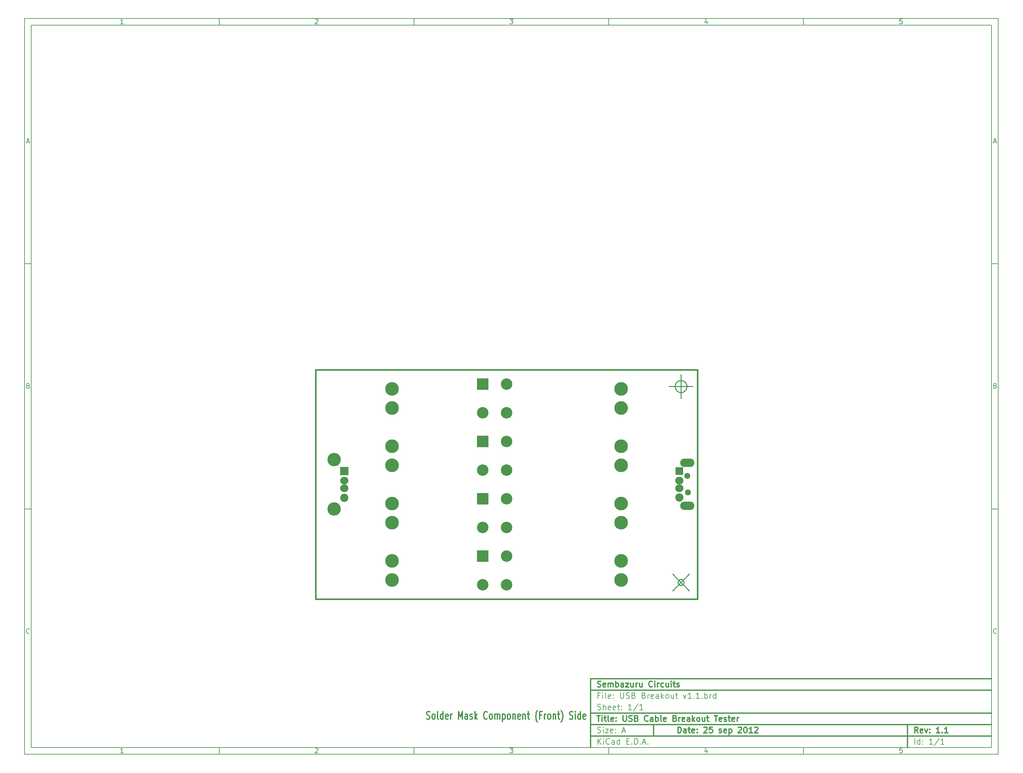
<source format=gts>
G04 (created by PCBNEW-RS274X (2012-01-19 BZR 3256)-stable) date 25/09/2012 17:33:03*
G01*
G70*
G90*
%MOIN*%
G04 Gerber Fmt 3.4, Leading zero omitted, Abs format*
%FSLAX34Y34*%
G04 APERTURE LIST*
%ADD10C,0.006000*%
%ADD11C,0.012000*%
%ADD12C,0.010000*%
%ADD13C,0.015000*%
%ADD14R,0.120000X0.120000*%
%ADD15C,0.120000*%
%ADD16R,0.083200X0.083200*%
%ADD17O,0.086200X0.079100*%
%ADD18C,0.086200*%
%ADD19O,0.148400X0.089400*%
%ADD20C,0.063300*%
%ADD21R,0.086200X0.086200*%
%ADD22C,0.140600*%
%ADD23C,0.143000*%
G04 APERTURE END LIST*
G54D10*
X-30500Y36750D02*
X71500Y36750D01*
X71500Y-40250D01*
X-30500Y-40250D01*
X-30500Y36750D01*
X-29800Y36050D02*
X70800Y36050D01*
X70800Y-39550D01*
X-29800Y-39550D01*
X-29800Y36050D01*
X-10100Y36750D02*
X-10100Y36050D01*
X-20157Y36198D02*
X-20443Y36198D01*
X-20300Y36198D02*
X-20300Y36698D01*
X-20348Y36626D01*
X-20395Y36579D01*
X-20443Y36555D01*
X-10100Y-40250D02*
X-10100Y-39550D01*
X-20157Y-40102D02*
X-20443Y-40102D01*
X-20300Y-40102D02*
X-20300Y-39602D01*
X-20348Y-39674D01*
X-20395Y-39721D01*
X-20443Y-39745D01*
X10300Y36750D02*
X10300Y36050D01*
X-00043Y36650D02*
X-00019Y36674D01*
X00029Y36698D01*
X00148Y36698D01*
X00195Y36674D01*
X00219Y36650D01*
X00243Y36602D01*
X00243Y36555D01*
X00219Y36483D01*
X-00067Y36198D01*
X00243Y36198D01*
X10300Y-40250D02*
X10300Y-39550D01*
X-00043Y-39650D02*
X-00019Y-39626D01*
X00029Y-39602D01*
X00148Y-39602D01*
X00195Y-39626D01*
X00219Y-39650D01*
X00243Y-39698D01*
X00243Y-39745D01*
X00219Y-39817D01*
X-00067Y-40102D01*
X00243Y-40102D01*
X30700Y36750D02*
X30700Y36050D01*
X20333Y36698D02*
X20643Y36698D01*
X20476Y36507D01*
X20548Y36507D01*
X20595Y36483D01*
X20619Y36460D01*
X20643Y36412D01*
X20643Y36293D01*
X20619Y36245D01*
X20595Y36221D01*
X20548Y36198D01*
X20405Y36198D01*
X20357Y36221D01*
X20333Y36245D01*
X30700Y-40250D02*
X30700Y-39550D01*
X20333Y-39602D02*
X20643Y-39602D01*
X20476Y-39793D01*
X20548Y-39793D01*
X20595Y-39817D01*
X20619Y-39840D01*
X20643Y-39888D01*
X20643Y-40007D01*
X20619Y-40055D01*
X20595Y-40079D01*
X20548Y-40102D01*
X20405Y-40102D01*
X20357Y-40079D01*
X20333Y-40055D01*
X51100Y36750D02*
X51100Y36050D01*
X40995Y36531D02*
X40995Y36198D01*
X40876Y36721D02*
X40757Y36364D01*
X41067Y36364D01*
X51100Y-40250D02*
X51100Y-39550D01*
X40995Y-39769D02*
X40995Y-40102D01*
X40876Y-39579D02*
X40757Y-39936D01*
X41067Y-39936D01*
X61419Y36698D02*
X61181Y36698D01*
X61157Y36460D01*
X61181Y36483D01*
X61229Y36507D01*
X61348Y36507D01*
X61395Y36483D01*
X61419Y36460D01*
X61443Y36412D01*
X61443Y36293D01*
X61419Y36245D01*
X61395Y36221D01*
X61348Y36198D01*
X61229Y36198D01*
X61181Y36221D01*
X61157Y36245D01*
X61419Y-39602D02*
X61181Y-39602D01*
X61157Y-39840D01*
X61181Y-39817D01*
X61229Y-39793D01*
X61348Y-39793D01*
X61395Y-39817D01*
X61419Y-39840D01*
X61443Y-39888D01*
X61443Y-40007D01*
X61419Y-40055D01*
X61395Y-40079D01*
X61348Y-40102D01*
X61229Y-40102D01*
X61181Y-40079D01*
X61157Y-40055D01*
X-30500Y11090D02*
X-29800Y11090D01*
X-30269Y23860D02*
X-30031Y23860D01*
X-30316Y23718D02*
X-30150Y24218D01*
X-29983Y23718D01*
X71500Y11090D02*
X70800Y11090D01*
X71031Y23860D02*
X71269Y23860D01*
X70984Y23718D02*
X71150Y24218D01*
X71317Y23718D01*
X-30500Y-14570D02*
X-29800Y-14570D01*
X-30114Y-01680D02*
X-30043Y-01704D01*
X-30019Y-01728D01*
X-29995Y-01776D01*
X-29995Y-01847D01*
X-30019Y-01895D01*
X-30043Y-01919D01*
X-30090Y-01942D01*
X-30281Y-01942D01*
X-30281Y-01442D01*
X-30114Y-01442D01*
X-30067Y-01466D01*
X-30043Y-01490D01*
X-30019Y-01538D01*
X-30019Y-01585D01*
X-30043Y-01633D01*
X-30067Y-01657D01*
X-30114Y-01680D01*
X-30281Y-01680D01*
X71500Y-14570D02*
X70800Y-14570D01*
X71186Y-01680D02*
X71257Y-01704D01*
X71281Y-01728D01*
X71305Y-01776D01*
X71305Y-01847D01*
X71281Y-01895D01*
X71257Y-01919D01*
X71210Y-01942D01*
X71019Y-01942D01*
X71019Y-01442D01*
X71186Y-01442D01*
X71233Y-01466D01*
X71257Y-01490D01*
X71281Y-01538D01*
X71281Y-01585D01*
X71257Y-01633D01*
X71233Y-01657D01*
X71186Y-01680D01*
X71019Y-01680D01*
X-29995Y-27555D02*
X-30019Y-27579D01*
X-30090Y-27602D01*
X-30138Y-27602D01*
X-30210Y-27579D01*
X-30257Y-27531D01*
X-30281Y-27483D01*
X-30305Y-27388D01*
X-30305Y-27317D01*
X-30281Y-27221D01*
X-30257Y-27174D01*
X-30210Y-27126D01*
X-30138Y-27102D01*
X-30090Y-27102D01*
X-30019Y-27126D01*
X-29995Y-27150D01*
X71305Y-27555D02*
X71281Y-27579D01*
X71210Y-27602D01*
X71162Y-27602D01*
X71090Y-27579D01*
X71043Y-27531D01*
X71019Y-27483D01*
X70995Y-27388D01*
X70995Y-27317D01*
X71019Y-27221D01*
X71043Y-27174D01*
X71090Y-27126D01*
X71162Y-27102D01*
X71210Y-27102D01*
X71281Y-27126D01*
X71305Y-27150D01*
G54D11*
X37943Y-37993D02*
X37943Y-37393D01*
X38086Y-37393D01*
X38171Y-37421D01*
X38229Y-37479D01*
X38257Y-37536D01*
X38286Y-37650D01*
X38286Y-37736D01*
X38257Y-37850D01*
X38229Y-37907D01*
X38171Y-37964D01*
X38086Y-37993D01*
X37943Y-37993D01*
X38800Y-37993D02*
X38800Y-37679D01*
X38771Y-37621D01*
X38714Y-37593D01*
X38600Y-37593D01*
X38543Y-37621D01*
X38800Y-37964D02*
X38743Y-37993D01*
X38600Y-37993D01*
X38543Y-37964D01*
X38514Y-37907D01*
X38514Y-37850D01*
X38543Y-37793D01*
X38600Y-37764D01*
X38743Y-37764D01*
X38800Y-37736D01*
X39000Y-37593D02*
X39229Y-37593D01*
X39086Y-37393D02*
X39086Y-37907D01*
X39114Y-37964D01*
X39172Y-37993D01*
X39229Y-37993D01*
X39657Y-37964D02*
X39600Y-37993D01*
X39486Y-37993D01*
X39429Y-37964D01*
X39400Y-37907D01*
X39400Y-37679D01*
X39429Y-37621D01*
X39486Y-37593D01*
X39600Y-37593D01*
X39657Y-37621D01*
X39686Y-37679D01*
X39686Y-37736D01*
X39400Y-37793D01*
X39943Y-37936D02*
X39971Y-37964D01*
X39943Y-37993D01*
X39914Y-37964D01*
X39943Y-37936D01*
X39943Y-37993D01*
X39943Y-37621D02*
X39971Y-37650D01*
X39943Y-37679D01*
X39914Y-37650D01*
X39943Y-37621D01*
X39943Y-37679D01*
X40657Y-37450D02*
X40686Y-37421D01*
X40743Y-37393D01*
X40886Y-37393D01*
X40943Y-37421D01*
X40972Y-37450D01*
X41000Y-37507D01*
X41000Y-37564D01*
X40972Y-37650D01*
X40629Y-37993D01*
X41000Y-37993D01*
X41543Y-37393D02*
X41257Y-37393D01*
X41228Y-37679D01*
X41257Y-37650D01*
X41314Y-37621D01*
X41457Y-37621D01*
X41514Y-37650D01*
X41543Y-37679D01*
X41571Y-37736D01*
X41571Y-37879D01*
X41543Y-37936D01*
X41514Y-37964D01*
X41457Y-37993D01*
X41314Y-37993D01*
X41257Y-37964D01*
X41228Y-37936D01*
X42256Y-37964D02*
X42313Y-37993D01*
X42428Y-37993D01*
X42485Y-37964D01*
X42513Y-37907D01*
X42513Y-37879D01*
X42485Y-37821D01*
X42428Y-37793D01*
X42342Y-37793D01*
X42285Y-37764D01*
X42256Y-37707D01*
X42256Y-37679D01*
X42285Y-37621D01*
X42342Y-37593D01*
X42428Y-37593D01*
X42485Y-37621D01*
X42999Y-37964D02*
X42942Y-37993D01*
X42828Y-37993D01*
X42771Y-37964D01*
X42742Y-37907D01*
X42742Y-37679D01*
X42771Y-37621D01*
X42828Y-37593D01*
X42942Y-37593D01*
X42999Y-37621D01*
X43028Y-37679D01*
X43028Y-37736D01*
X42742Y-37793D01*
X43285Y-37593D02*
X43285Y-38193D01*
X43285Y-37621D02*
X43342Y-37593D01*
X43456Y-37593D01*
X43513Y-37621D01*
X43542Y-37650D01*
X43571Y-37707D01*
X43571Y-37879D01*
X43542Y-37936D01*
X43513Y-37964D01*
X43456Y-37993D01*
X43342Y-37993D01*
X43285Y-37964D01*
X44256Y-37450D02*
X44285Y-37421D01*
X44342Y-37393D01*
X44485Y-37393D01*
X44542Y-37421D01*
X44571Y-37450D01*
X44599Y-37507D01*
X44599Y-37564D01*
X44571Y-37650D01*
X44228Y-37993D01*
X44599Y-37993D01*
X44970Y-37393D02*
X45027Y-37393D01*
X45084Y-37421D01*
X45113Y-37450D01*
X45142Y-37507D01*
X45170Y-37621D01*
X45170Y-37764D01*
X45142Y-37879D01*
X45113Y-37936D01*
X45084Y-37964D01*
X45027Y-37993D01*
X44970Y-37993D01*
X44913Y-37964D01*
X44884Y-37936D01*
X44856Y-37879D01*
X44827Y-37764D01*
X44827Y-37621D01*
X44856Y-37507D01*
X44884Y-37450D01*
X44913Y-37421D01*
X44970Y-37393D01*
X45741Y-37993D02*
X45398Y-37993D01*
X45570Y-37993D02*
X45570Y-37393D01*
X45513Y-37479D01*
X45455Y-37536D01*
X45398Y-37564D01*
X45969Y-37450D02*
X45998Y-37421D01*
X46055Y-37393D01*
X46198Y-37393D01*
X46255Y-37421D01*
X46284Y-37450D01*
X46312Y-37507D01*
X46312Y-37564D01*
X46284Y-37650D01*
X45941Y-37993D01*
X46312Y-37993D01*
G54D10*
X29543Y-39193D02*
X29543Y-38593D01*
X29886Y-39193D02*
X29629Y-38850D01*
X29886Y-38593D02*
X29543Y-38936D01*
X30143Y-39193D02*
X30143Y-38793D01*
X30143Y-38593D02*
X30114Y-38621D01*
X30143Y-38650D01*
X30171Y-38621D01*
X30143Y-38593D01*
X30143Y-38650D01*
X30772Y-39136D02*
X30743Y-39164D01*
X30657Y-39193D01*
X30600Y-39193D01*
X30515Y-39164D01*
X30457Y-39107D01*
X30429Y-39050D01*
X30400Y-38936D01*
X30400Y-38850D01*
X30429Y-38736D01*
X30457Y-38679D01*
X30515Y-38621D01*
X30600Y-38593D01*
X30657Y-38593D01*
X30743Y-38621D01*
X30772Y-38650D01*
X31286Y-39193D02*
X31286Y-38879D01*
X31257Y-38821D01*
X31200Y-38793D01*
X31086Y-38793D01*
X31029Y-38821D01*
X31286Y-39164D02*
X31229Y-39193D01*
X31086Y-39193D01*
X31029Y-39164D01*
X31000Y-39107D01*
X31000Y-39050D01*
X31029Y-38993D01*
X31086Y-38964D01*
X31229Y-38964D01*
X31286Y-38936D01*
X31829Y-39193D02*
X31829Y-38593D01*
X31829Y-39164D02*
X31772Y-39193D01*
X31658Y-39193D01*
X31600Y-39164D01*
X31572Y-39136D01*
X31543Y-39079D01*
X31543Y-38907D01*
X31572Y-38850D01*
X31600Y-38821D01*
X31658Y-38793D01*
X31772Y-38793D01*
X31829Y-38821D01*
X32572Y-38879D02*
X32772Y-38879D01*
X32858Y-39193D02*
X32572Y-39193D01*
X32572Y-38593D01*
X32858Y-38593D01*
X33115Y-39136D02*
X33143Y-39164D01*
X33115Y-39193D01*
X33086Y-39164D01*
X33115Y-39136D01*
X33115Y-39193D01*
X33401Y-39193D02*
X33401Y-38593D01*
X33544Y-38593D01*
X33629Y-38621D01*
X33687Y-38679D01*
X33715Y-38736D01*
X33744Y-38850D01*
X33744Y-38936D01*
X33715Y-39050D01*
X33687Y-39107D01*
X33629Y-39164D01*
X33544Y-39193D01*
X33401Y-39193D01*
X34001Y-39136D02*
X34029Y-39164D01*
X34001Y-39193D01*
X33972Y-39164D01*
X34001Y-39136D01*
X34001Y-39193D01*
X34258Y-39021D02*
X34544Y-39021D01*
X34201Y-39193D02*
X34401Y-38593D01*
X34601Y-39193D01*
X34801Y-39136D02*
X34829Y-39164D01*
X34801Y-39193D01*
X34772Y-39164D01*
X34801Y-39136D01*
X34801Y-39193D01*
G54D11*
X63086Y-37993D02*
X62886Y-37707D01*
X62743Y-37993D02*
X62743Y-37393D01*
X62971Y-37393D01*
X63029Y-37421D01*
X63057Y-37450D01*
X63086Y-37507D01*
X63086Y-37593D01*
X63057Y-37650D01*
X63029Y-37679D01*
X62971Y-37707D01*
X62743Y-37707D01*
X63571Y-37964D02*
X63514Y-37993D01*
X63400Y-37993D01*
X63343Y-37964D01*
X63314Y-37907D01*
X63314Y-37679D01*
X63343Y-37621D01*
X63400Y-37593D01*
X63514Y-37593D01*
X63571Y-37621D01*
X63600Y-37679D01*
X63600Y-37736D01*
X63314Y-37793D01*
X63800Y-37593D02*
X63943Y-37993D01*
X64085Y-37593D01*
X64314Y-37936D02*
X64342Y-37964D01*
X64314Y-37993D01*
X64285Y-37964D01*
X64314Y-37936D01*
X64314Y-37993D01*
X64314Y-37621D02*
X64342Y-37650D01*
X64314Y-37679D01*
X64285Y-37650D01*
X64314Y-37621D01*
X64314Y-37679D01*
X65371Y-37993D02*
X65028Y-37993D01*
X65200Y-37993D02*
X65200Y-37393D01*
X65143Y-37479D01*
X65085Y-37536D01*
X65028Y-37564D01*
X65628Y-37936D02*
X65656Y-37964D01*
X65628Y-37993D01*
X65599Y-37964D01*
X65628Y-37936D01*
X65628Y-37993D01*
X66228Y-37993D02*
X65885Y-37993D01*
X66057Y-37993D02*
X66057Y-37393D01*
X66000Y-37479D01*
X65942Y-37536D01*
X65885Y-37564D01*
G54D10*
X29514Y-37964D02*
X29600Y-37993D01*
X29743Y-37993D01*
X29800Y-37964D01*
X29829Y-37936D01*
X29857Y-37879D01*
X29857Y-37821D01*
X29829Y-37764D01*
X29800Y-37736D01*
X29743Y-37707D01*
X29629Y-37679D01*
X29571Y-37650D01*
X29543Y-37621D01*
X29514Y-37564D01*
X29514Y-37507D01*
X29543Y-37450D01*
X29571Y-37421D01*
X29629Y-37393D01*
X29771Y-37393D01*
X29857Y-37421D01*
X30114Y-37993D02*
X30114Y-37593D01*
X30114Y-37393D02*
X30085Y-37421D01*
X30114Y-37450D01*
X30142Y-37421D01*
X30114Y-37393D01*
X30114Y-37450D01*
X30343Y-37593D02*
X30657Y-37593D01*
X30343Y-37993D01*
X30657Y-37993D01*
X31114Y-37964D02*
X31057Y-37993D01*
X30943Y-37993D01*
X30886Y-37964D01*
X30857Y-37907D01*
X30857Y-37679D01*
X30886Y-37621D01*
X30943Y-37593D01*
X31057Y-37593D01*
X31114Y-37621D01*
X31143Y-37679D01*
X31143Y-37736D01*
X30857Y-37793D01*
X31400Y-37936D02*
X31428Y-37964D01*
X31400Y-37993D01*
X31371Y-37964D01*
X31400Y-37936D01*
X31400Y-37993D01*
X31400Y-37621D02*
X31428Y-37650D01*
X31400Y-37679D01*
X31371Y-37650D01*
X31400Y-37621D01*
X31400Y-37679D01*
X32114Y-37821D02*
X32400Y-37821D01*
X32057Y-37993D02*
X32257Y-37393D01*
X32457Y-37993D01*
X62743Y-39193D02*
X62743Y-38593D01*
X63286Y-39193D02*
X63286Y-38593D01*
X63286Y-39164D02*
X63229Y-39193D01*
X63115Y-39193D01*
X63057Y-39164D01*
X63029Y-39136D01*
X63000Y-39079D01*
X63000Y-38907D01*
X63029Y-38850D01*
X63057Y-38821D01*
X63115Y-38793D01*
X63229Y-38793D01*
X63286Y-38821D01*
X63572Y-39136D02*
X63600Y-39164D01*
X63572Y-39193D01*
X63543Y-39164D01*
X63572Y-39136D01*
X63572Y-39193D01*
X63572Y-38821D02*
X63600Y-38850D01*
X63572Y-38879D01*
X63543Y-38850D01*
X63572Y-38821D01*
X63572Y-38879D01*
X64629Y-39193D02*
X64286Y-39193D01*
X64458Y-39193D02*
X64458Y-38593D01*
X64401Y-38679D01*
X64343Y-38736D01*
X64286Y-38764D01*
X65314Y-38564D02*
X64800Y-39336D01*
X65829Y-39193D02*
X65486Y-39193D01*
X65658Y-39193D02*
X65658Y-38593D01*
X65601Y-38679D01*
X65543Y-38736D01*
X65486Y-38764D01*
G54D11*
X29457Y-36193D02*
X29800Y-36193D01*
X29629Y-36793D02*
X29629Y-36193D01*
X30000Y-36793D02*
X30000Y-36393D01*
X30000Y-36193D02*
X29971Y-36221D01*
X30000Y-36250D01*
X30028Y-36221D01*
X30000Y-36193D01*
X30000Y-36250D01*
X30200Y-36393D02*
X30429Y-36393D01*
X30286Y-36193D02*
X30286Y-36707D01*
X30314Y-36764D01*
X30372Y-36793D01*
X30429Y-36793D01*
X30715Y-36793D02*
X30657Y-36764D01*
X30629Y-36707D01*
X30629Y-36193D01*
X31171Y-36764D02*
X31114Y-36793D01*
X31000Y-36793D01*
X30943Y-36764D01*
X30914Y-36707D01*
X30914Y-36479D01*
X30943Y-36421D01*
X31000Y-36393D01*
X31114Y-36393D01*
X31171Y-36421D01*
X31200Y-36479D01*
X31200Y-36536D01*
X30914Y-36593D01*
X31457Y-36736D02*
X31485Y-36764D01*
X31457Y-36793D01*
X31428Y-36764D01*
X31457Y-36736D01*
X31457Y-36793D01*
X31457Y-36421D02*
X31485Y-36450D01*
X31457Y-36479D01*
X31428Y-36450D01*
X31457Y-36421D01*
X31457Y-36479D01*
X32200Y-36193D02*
X32200Y-36679D01*
X32228Y-36736D01*
X32257Y-36764D01*
X32314Y-36793D01*
X32428Y-36793D01*
X32486Y-36764D01*
X32514Y-36736D01*
X32543Y-36679D01*
X32543Y-36193D01*
X32800Y-36764D02*
X32886Y-36793D01*
X33029Y-36793D01*
X33086Y-36764D01*
X33115Y-36736D01*
X33143Y-36679D01*
X33143Y-36621D01*
X33115Y-36564D01*
X33086Y-36536D01*
X33029Y-36507D01*
X32915Y-36479D01*
X32857Y-36450D01*
X32829Y-36421D01*
X32800Y-36364D01*
X32800Y-36307D01*
X32829Y-36250D01*
X32857Y-36221D01*
X32915Y-36193D01*
X33057Y-36193D01*
X33143Y-36221D01*
X33600Y-36479D02*
X33686Y-36507D01*
X33714Y-36536D01*
X33743Y-36593D01*
X33743Y-36679D01*
X33714Y-36736D01*
X33686Y-36764D01*
X33628Y-36793D01*
X33400Y-36793D01*
X33400Y-36193D01*
X33600Y-36193D01*
X33657Y-36221D01*
X33686Y-36250D01*
X33714Y-36307D01*
X33714Y-36364D01*
X33686Y-36421D01*
X33657Y-36450D01*
X33600Y-36479D01*
X33400Y-36479D01*
X34800Y-36736D02*
X34771Y-36764D01*
X34685Y-36793D01*
X34628Y-36793D01*
X34543Y-36764D01*
X34485Y-36707D01*
X34457Y-36650D01*
X34428Y-36536D01*
X34428Y-36450D01*
X34457Y-36336D01*
X34485Y-36279D01*
X34543Y-36221D01*
X34628Y-36193D01*
X34685Y-36193D01*
X34771Y-36221D01*
X34800Y-36250D01*
X35314Y-36793D02*
X35314Y-36479D01*
X35285Y-36421D01*
X35228Y-36393D01*
X35114Y-36393D01*
X35057Y-36421D01*
X35314Y-36764D02*
X35257Y-36793D01*
X35114Y-36793D01*
X35057Y-36764D01*
X35028Y-36707D01*
X35028Y-36650D01*
X35057Y-36593D01*
X35114Y-36564D01*
X35257Y-36564D01*
X35314Y-36536D01*
X35600Y-36793D02*
X35600Y-36193D01*
X35600Y-36421D02*
X35657Y-36393D01*
X35771Y-36393D01*
X35828Y-36421D01*
X35857Y-36450D01*
X35886Y-36507D01*
X35886Y-36679D01*
X35857Y-36736D01*
X35828Y-36764D01*
X35771Y-36793D01*
X35657Y-36793D01*
X35600Y-36764D01*
X36229Y-36793D02*
X36171Y-36764D01*
X36143Y-36707D01*
X36143Y-36193D01*
X36685Y-36764D02*
X36628Y-36793D01*
X36514Y-36793D01*
X36457Y-36764D01*
X36428Y-36707D01*
X36428Y-36479D01*
X36457Y-36421D01*
X36514Y-36393D01*
X36628Y-36393D01*
X36685Y-36421D01*
X36714Y-36479D01*
X36714Y-36536D01*
X36428Y-36593D01*
X37628Y-36479D02*
X37714Y-36507D01*
X37742Y-36536D01*
X37771Y-36593D01*
X37771Y-36679D01*
X37742Y-36736D01*
X37714Y-36764D01*
X37656Y-36793D01*
X37428Y-36793D01*
X37428Y-36193D01*
X37628Y-36193D01*
X37685Y-36221D01*
X37714Y-36250D01*
X37742Y-36307D01*
X37742Y-36364D01*
X37714Y-36421D01*
X37685Y-36450D01*
X37628Y-36479D01*
X37428Y-36479D01*
X38028Y-36793D02*
X38028Y-36393D01*
X38028Y-36507D02*
X38056Y-36450D01*
X38085Y-36421D01*
X38142Y-36393D01*
X38199Y-36393D01*
X38627Y-36764D02*
X38570Y-36793D01*
X38456Y-36793D01*
X38399Y-36764D01*
X38370Y-36707D01*
X38370Y-36479D01*
X38399Y-36421D01*
X38456Y-36393D01*
X38570Y-36393D01*
X38627Y-36421D01*
X38656Y-36479D01*
X38656Y-36536D01*
X38370Y-36593D01*
X39170Y-36793D02*
X39170Y-36479D01*
X39141Y-36421D01*
X39084Y-36393D01*
X38970Y-36393D01*
X38913Y-36421D01*
X39170Y-36764D02*
X39113Y-36793D01*
X38970Y-36793D01*
X38913Y-36764D01*
X38884Y-36707D01*
X38884Y-36650D01*
X38913Y-36593D01*
X38970Y-36564D01*
X39113Y-36564D01*
X39170Y-36536D01*
X39456Y-36793D02*
X39456Y-36193D01*
X39513Y-36564D02*
X39684Y-36793D01*
X39684Y-36393D02*
X39456Y-36621D01*
X40028Y-36793D02*
X39970Y-36764D01*
X39942Y-36736D01*
X39913Y-36679D01*
X39913Y-36507D01*
X39942Y-36450D01*
X39970Y-36421D01*
X40028Y-36393D01*
X40113Y-36393D01*
X40170Y-36421D01*
X40199Y-36450D01*
X40228Y-36507D01*
X40228Y-36679D01*
X40199Y-36736D01*
X40170Y-36764D01*
X40113Y-36793D01*
X40028Y-36793D01*
X40742Y-36393D02*
X40742Y-36793D01*
X40485Y-36393D02*
X40485Y-36707D01*
X40513Y-36764D01*
X40571Y-36793D01*
X40656Y-36793D01*
X40713Y-36764D01*
X40742Y-36736D01*
X40942Y-36393D02*
X41171Y-36393D01*
X41028Y-36193D02*
X41028Y-36707D01*
X41056Y-36764D01*
X41114Y-36793D01*
X41171Y-36793D01*
X41742Y-36193D02*
X42085Y-36193D01*
X41914Y-36793D02*
X41914Y-36193D01*
X42513Y-36764D02*
X42456Y-36793D01*
X42342Y-36793D01*
X42285Y-36764D01*
X42256Y-36707D01*
X42256Y-36479D01*
X42285Y-36421D01*
X42342Y-36393D01*
X42456Y-36393D01*
X42513Y-36421D01*
X42542Y-36479D01*
X42542Y-36536D01*
X42256Y-36593D01*
X42770Y-36764D02*
X42827Y-36793D01*
X42942Y-36793D01*
X42999Y-36764D01*
X43027Y-36707D01*
X43027Y-36679D01*
X42999Y-36621D01*
X42942Y-36593D01*
X42856Y-36593D01*
X42799Y-36564D01*
X42770Y-36507D01*
X42770Y-36479D01*
X42799Y-36421D01*
X42856Y-36393D01*
X42942Y-36393D01*
X42999Y-36421D01*
X43199Y-36393D02*
X43428Y-36393D01*
X43285Y-36193D02*
X43285Y-36707D01*
X43313Y-36764D01*
X43371Y-36793D01*
X43428Y-36793D01*
X43856Y-36764D02*
X43799Y-36793D01*
X43685Y-36793D01*
X43628Y-36764D01*
X43599Y-36707D01*
X43599Y-36479D01*
X43628Y-36421D01*
X43685Y-36393D01*
X43799Y-36393D01*
X43856Y-36421D01*
X43885Y-36479D01*
X43885Y-36536D01*
X43599Y-36593D01*
X44142Y-36793D02*
X44142Y-36393D01*
X44142Y-36507D02*
X44170Y-36450D01*
X44199Y-36421D01*
X44256Y-36393D01*
X44313Y-36393D01*
G54D10*
X29743Y-34079D02*
X29543Y-34079D01*
X29543Y-34393D02*
X29543Y-33793D01*
X29829Y-33793D01*
X30057Y-34393D02*
X30057Y-33993D01*
X30057Y-33793D02*
X30028Y-33821D01*
X30057Y-33850D01*
X30085Y-33821D01*
X30057Y-33793D01*
X30057Y-33850D01*
X30429Y-34393D02*
X30371Y-34364D01*
X30343Y-34307D01*
X30343Y-33793D01*
X30885Y-34364D02*
X30828Y-34393D01*
X30714Y-34393D01*
X30657Y-34364D01*
X30628Y-34307D01*
X30628Y-34079D01*
X30657Y-34021D01*
X30714Y-33993D01*
X30828Y-33993D01*
X30885Y-34021D01*
X30914Y-34079D01*
X30914Y-34136D01*
X30628Y-34193D01*
X31171Y-34336D02*
X31199Y-34364D01*
X31171Y-34393D01*
X31142Y-34364D01*
X31171Y-34336D01*
X31171Y-34393D01*
X31171Y-34021D02*
X31199Y-34050D01*
X31171Y-34079D01*
X31142Y-34050D01*
X31171Y-34021D01*
X31171Y-34079D01*
X31914Y-33793D02*
X31914Y-34279D01*
X31942Y-34336D01*
X31971Y-34364D01*
X32028Y-34393D01*
X32142Y-34393D01*
X32200Y-34364D01*
X32228Y-34336D01*
X32257Y-34279D01*
X32257Y-33793D01*
X32514Y-34364D02*
X32600Y-34393D01*
X32743Y-34393D01*
X32800Y-34364D01*
X32829Y-34336D01*
X32857Y-34279D01*
X32857Y-34221D01*
X32829Y-34164D01*
X32800Y-34136D01*
X32743Y-34107D01*
X32629Y-34079D01*
X32571Y-34050D01*
X32543Y-34021D01*
X32514Y-33964D01*
X32514Y-33907D01*
X32543Y-33850D01*
X32571Y-33821D01*
X32629Y-33793D01*
X32771Y-33793D01*
X32857Y-33821D01*
X33314Y-34079D02*
X33400Y-34107D01*
X33428Y-34136D01*
X33457Y-34193D01*
X33457Y-34279D01*
X33428Y-34336D01*
X33400Y-34364D01*
X33342Y-34393D01*
X33114Y-34393D01*
X33114Y-33793D01*
X33314Y-33793D01*
X33371Y-33821D01*
X33400Y-33850D01*
X33428Y-33907D01*
X33428Y-33964D01*
X33400Y-34021D01*
X33371Y-34050D01*
X33314Y-34079D01*
X33114Y-34079D01*
X34371Y-34079D02*
X34457Y-34107D01*
X34485Y-34136D01*
X34514Y-34193D01*
X34514Y-34279D01*
X34485Y-34336D01*
X34457Y-34364D01*
X34399Y-34393D01*
X34171Y-34393D01*
X34171Y-33793D01*
X34371Y-33793D01*
X34428Y-33821D01*
X34457Y-33850D01*
X34485Y-33907D01*
X34485Y-33964D01*
X34457Y-34021D01*
X34428Y-34050D01*
X34371Y-34079D01*
X34171Y-34079D01*
X34771Y-34393D02*
X34771Y-33993D01*
X34771Y-34107D02*
X34799Y-34050D01*
X34828Y-34021D01*
X34885Y-33993D01*
X34942Y-33993D01*
X35370Y-34364D02*
X35313Y-34393D01*
X35199Y-34393D01*
X35142Y-34364D01*
X35113Y-34307D01*
X35113Y-34079D01*
X35142Y-34021D01*
X35199Y-33993D01*
X35313Y-33993D01*
X35370Y-34021D01*
X35399Y-34079D01*
X35399Y-34136D01*
X35113Y-34193D01*
X35913Y-34393D02*
X35913Y-34079D01*
X35884Y-34021D01*
X35827Y-33993D01*
X35713Y-33993D01*
X35656Y-34021D01*
X35913Y-34364D02*
X35856Y-34393D01*
X35713Y-34393D01*
X35656Y-34364D01*
X35627Y-34307D01*
X35627Y-34250D01*
X35656Y-34193D01*
X35713Y-34164D01*
X35856Y-34164D01*
X35913Y-34136D01*
X36199Y-34393D02*
X36199Y-33793D01*
X36256Y-34164D02*
X36427Y-34393D01*
X36427Y-33993D02*
X36199Y-34221D01*
X36771Y-34393D02*
X36713Y-34364D01*
X36685Y-34336D01*
X36656Y-34279D01*
X36656Y-34107D01*
X36685Y-34050D01*
X36713Y-34021D01*
X36771Y-33993D01*
X36856Y-33993D01*
X36913Y-34021D01*
X36942Y-34050D01*
X36971Y-34107D01*
X36971Y-34279D01*
X36942Y-34336D01*
X36913Y-34364D01*
X36856Y-34393D01*
X36771Y-34393D01*
X37485Y-33993D02*
X37485Y-34393D01*
X37228Y-33993D02*
X37228Y-34307D01*
X37256Y-34364D01*
X37314Y-34393D01*
X37399Y-34393D01*
X37456Y-34364D01*
X37485Y-34336D01*
X37685Y-33993D02*
X37914Y-33993D01*
X37771Y-33793D02*
X37771Y-34307D01*
X37799Y-34364D01*
X37857Y-34393D01*
X37914Y-34393D01*
X38514Y-33993D02*
X38657Y-34393D01*
X38799Y-33993D01*
X39342Y-34393D02*
X38999Y-34393D01*
X39171Y-34393D02*
X39171Y-33793D01*
X39114Y-33879D01*
X39056Y-33936D01*
X38999Y-33964D01*
X39599Y-34336D02*
X39627Y-34364D01*
X39599Y-34393D01*
X39570Y-34364D01*
X39599Y-34336D01*
X39599Y-34393D01*
X40199Y-34393D02*
X39856Y-34393D01*
X40028Y-34393D02*
X40028Y-33793D01*
X39971Y-33879D01*
X39913Y-33936D01*
X39856Y-33964D01*
X40456Y-34336D02*
X40484Y-34364D01*
X40456Y-34393D01*
X40427Y-34364D01*
X40456Y-34336D01*
X40456Y-34393D01*
X40742Y-34393D02*
X40742Y-33793D01*
X40742Y-34021D02*
X40799Y-33993D01*
X40913Y-33993D01*
X40970Y-34021D01*
X40999Y-34050D01*
X41028Y-34107D01*
X41028Y-34279D01*
X40999Y-34336D01*
X40970Y-34364D01*
X40913Y-34393D01*
X40799Y-34393D01*
X40742Y-34364D01*
X41285Y-34393D02*
X41285Y-33993D01*
X41285Y-34107D02*
X41313Y-34050D01*
X41342Y-34021D01*
X41399Y-33993D01*
X41456Y-33993D01*
X41913Y-34393D02*
X41913Y-33793D01*
X41913Y-34364D02*
X41856Y-34393D01*
X41742Y-34393D01*
X41684Y-34364D01*
X41656Y-34336D01*
X41627Y-34279D01*
X41627Y-34107D01*
X41656Y-34050D01*
X41684Y-34021D01*
X41742Y-33993D01*
X41856Y-33993D01*
X41913Y-34021D01*
X29514Y-35564D02*
X29600Y-35593D01*
X29743Y-35593D01*
X29800Y-35564D01*
X29829Y-35536D01*
X29857Y-35479D01*
X29857Y-35421D01*
X29829Y-35364D01*
X29800Y-35336D01*
X29743Y-35307D01*
X29629Y-35279D01*
X29571Y-35250D01*
X29543Y-35221D01*
X29514Y-35164D01*
X29514Y-35107D01*
X29543Y-35050D01*
X29571Y-35021D01*
X29629Y-34993D01*
X29771Y-34993D01*
X29857Y-35021D01*
X30114Y-35593D02*
X30114Y-34993D01*
X30371Y-35593D02*
X30371Y-35279D01*
X30342Y-35221D01*
X30285Y-35193D01*
X30200Y-35193D01*
X30142Y-35221D01*
X30114Y-35250D01*
X30885Y-35564D02*
X30828Y-35593D01*
X30714Y-35593D01*
X30657Y-35564D01*
X30628Y-35507D01*
X30628Y-35279D01*
X30657Y-35221D01*
X30714Y-35193D01*
X30828Y-35193D01*
X30885Y-35221D01*
X30914Y-35279D01*
X30914Y-35336D01*
X30628Y-35393D01*
X31399Y-35564D02*
X31342Y-35593D01*
X31228Y-35593D01*
X31171Y-35564D01*
X31142Y-35507D01*
X31142Y-35279D01*
X31171Y-35221D01*
X31228Y-35193D01*
X31342Y-35193D01*
X31399Y-35221D01*
X31428Y-35279D01*
X31428Y-35336D01*
X31142Y-35393D01*
X31599Y-35193D02*
X31828Y-35193D01*
X31685Y-34993D02*
X31685Y-35507D01*
X31713Y-35564D01*
X31771Y-35593D01*
X31828Y-35593D01*
X32028Y-35536D02*
X32056Y-35564D01*
X32028Y-35593D01*
X31999Y-35564D01*
X32028Y-35536D01*
X32028Y-35593D01*
X32028Y-35221D02*
X32056Y-35250D01*
X32028Y-35279D01*
X31999Y-35250D01*
X32028Y-35221D01*
X32028Y-35279D01*
X33085Y-35593D02*
X32742Y-35593D01*
X32914Y-35593D02*
X32914Y-34993D01*
X32857Y-35079D01*
X32799Y-35136D01*
X32742Y-35164D01*
X33770Y-34964D02*
X33256Y-35736D01*
X34285Y-35593D02*
X33942Y-35593D01*
X34114Y-35593D02*
X34114Y-34993D01*
X34057Y-35079D01*
X33999Y-35136D01*
X33942Y-35164D01*
G54D11*
X29514Y-33164D02*
X29600Y-33193D01*
X29743Y-33193D01*
X29800Y-33164D01*
X29829Y-33136D01*
X29857Y-33079D01*
X29857Y-33021D01*
X29829Y-32964D01*
X29800Y-32936D01*
X29743Y-32907D01*
X29629Y-32879D01*
X29571Y-32850D01*
X29543Y-32821D01*
X29514Y-32764D01*
X29514Y-32707D01*
X29543Y-32650D01*
X29571Y-32621D01*
X29629Y-32593D01*
X29771Y-32593D01*
X29857Y-32621D01*
X30342Y-33164D02*
X30285Y-33193D01*
X30171Y-33193D01*
X30114Y-33164D01*
X30085Y-33107D01*
X30085Y-32879D01*
X30114Y-32821D01*
X30171Y-32793D01*
X30285Y-32793D01*
X30342Y-32821D01*
X30371Y-32879D01*
X30371Y-32936D01*
X30085Y-32993D01*
X30628Y-33193D02*
X30628Y-32793D01*
X30628Y-32850D02*
X30656Y-32821D01*
X30714Y-32793D01*
X30799Y-32793D01*
X30856Y-32821D01*
X30885Y-32879D01*
X30885Y-33193D01*
X30885Y-32879D02*
X30914Y-32821D01*
X30971Y-32793D01*
X31056Y-32793D01*
X31114Y-32821D01*
X31142Y-32879D01*
X31142Y-33193D01*
X31428Y-33193D02*
X31428Y-32593D01*
X31428Y-32821D02*
X31485Y-32793D01*
X31599Y-32793D01*
X31656Y-32821D01*
X31685Y-32850D01*
X31714Y-32907D01*
X31714Y-33079D01*
X31685Y-33136D01*
X31656Y-33164D01*
X31599Y-33193D01*
X31485Y-33193D01*
X31428Y-33164D01*
X32228Y-33193D02*
X32228Y-32879D01*
X32199Y-32821D01*
X32142Y-32793D01*
X32028Y-32793D01*
X31971Y-32821D01*
X32228Y-33164D02*
X32171Y-33193D01*
X32028Y-33193D01*
X31971Y-33164D01*
X31942Y-33107D01*
X31942Y-33050D01*
X31971Y-32993D01*
X32028Y-32964D01*
X32171Y-32964D01*
X32228Y-32936D01*
X32457Y-32793D02*
X32771Y-32793D01*
X32457Y-33193D01*
X32771Y-33193D01*
X33257Y-32793D02*
X33257Y-33193D01*
X33000Y-32793D02*
X33000Y-33107D01*
X33028Y-33164D01*
X33086Y-33193D01*
X33171Y-33193D01*
X33228Y-33164D01*
X33257Y-33136D01*
X33543Y-33193D02*
X33543Y-32793D01*
X33543Y-32907D02*
X33571Y-32850D01*
X33600Y-32821D01*
X33657Y-32793D01*
X33714Y-32793D01*
X34171Y-32793D02*
X34171Y-33193D01*
X33914Y-32793D02*
X33914Y-33107D01*
X33942Y-33164D01*
X34000Y-33193D01*
X34085Y-33193D01*
X34142Y-33164D01*
X34171Y-33136D01*
X35257Y-33136D02*
X35228Y-33164D01*
X35142Y-33193D01*
X35085Y-33193D01*
X35000Y-33164D01*
X34942Y-33107D01*
X34914Y-33050D01*
X34885Y-32936D01*
X34885Y-32850D01*
X34914Y-32736D01*
X34942Y-32679D01*
X35000Y-32621D01*
X35085Y-32593D01*
X35142Y-32593D01*
X35228Y-32621D01*
X35257Y-32650D01*
X35514Y-33193D02*
X35514Y-32793D01*
X35514Y-32593D02*
X35485Y-32621D01*
X35514Y-32650D01*
X35542Y-32621D01*
X35514Y-32593D01*
X35514Y-32650D01*
X35800Y-33193D02*
X35800Y-32793D01*
X35800Y-32907D02*
X35828Y-32850D01*
X35857Y-32821D01*
X35914Y-32793D01*
X35971Y-32793D01*
X36428Y-33164D02*
X36371Y-33193D01*
X36257Y-33193D01*
X36199Y-33164D01*
X36171Y-33136D01*
X36142Y-33079D01*
X36142Y-32907D01*
X36171Y-32850D01*
X36199Y-32821D01*
X36257Y-32793D01*
X36371Y-32793D01*
X36428Y-32821D01*
X36942Y-32793D02*
X36942Y-33193D01*
X36685Y-32793D02*
X36685Y-33107D01*
X36713Y-33164D01*
X36771Y-33193D01*
X36856Y-33193D01*
X36913Y-33164D01*
X36942Y-33136D01*
X37228Y-33193D02*
X37228Y-32793D01*
X37228Y-32593D02*
X37199Y-32621D01*
X37228Y-32650D01*
X37256Y-32621D01*
X37228Y-32593D01*
X37228Y-32650D01*
X37428Y-32793D02*
X37657Y-32793D01*
X37514Y-32593D02*
X37514Y-33107D01*
X37542Y-33164D01*
X37600Y-33193D01*
X37657Y-33193D01*
X37828Y-33164D02*
X37885Y-33193D01*
X38000Y-33193D01*
X38057Y-33164D01*
X38085Y-33107D01*
X38085Y-33079D01*
X38057Y-33021D01*
X38000Y-32993D01*
X37914Y-32993D01*
X37857Y-32964D01*
X37828Y-32907D01*
X37828Y-32879D01*
X37857Y-32821D01*
X37914Y-32793D01*
X38000Y-32793D01*
X38057Y-32821D01*
X28800Y-32350D02*
X28800Y-39550D01*
X28800Y-33550D02*
X70800Y-33550D01*
X28800Y-32350D02*
X70800Y-32350D01*
X28800Y-35950D02*
X70800Y-35950D01*
X62000Y-37150D02*
X62000Y-39550D01*
X28800Y-38350D02*
X70800Y-38350D01*
X28800Y-37150D02*
X70800Y-37150D01*
X35400Y-37150D02*
X35400Y-38350D01*
X11614Y-36536D02*
X11700Y-36574D01*
X11843Y-36574D01*
X11900Y-36536D01*
X11929Y-36498D01*
X11957Y-36421D01*
X11957Y-36345D01*
X11929Y-36269D01*
X11900Y-36231D01*
X11843Y-36193D01*
X11729Y-36155D01*
X11671Y-36117D01*
X11643Y-36079D01*
X11614Y-36002D01*
X11614Y-35926D01*
X11643Y-35850D01*
X11671Y-35812D01*
X11729Y-35774D01*
X11871Y-35774D01*
X11957Y-35812D01*
X12300Y-36574D02*
X12242Y-36536D01*
X12214Y-36498D01*
X12185Y-36421D01*
X12185Y-36193D01*
X12214Y-36117D01*
X12242Y-36079D01*
X12300Y-36040D01*
X12385Y-36040D01*
X12442Y-36079D01*
X12471Y-36117D01*
X12500Y-36193D01*
X12500Y-36421D01*
X12471Y-36498D01*
X12442Y-36536D01*
X12385Y-36574D01*
X12300Y-36574D01*
X12843Y-36574D02*
X12785Y-36536D01*
X12757Y-36460D01*
X12757Y-35774D01*
X13328Y-36574D02*
X13328Y-35774D01*
X13328Y-36536D02*
X13271Y-36574D01*
X13157Y-36574D01*
X13099Y-36536D01*
X13071Y-36498D01*
X13042Y-36421D01*
X13042Y-36193D01*
X13071Y-36117D01*
X13099Y-36079D01*
X13157Y-36040D01*
X13271Y-36040D01*
X13328Y-36079D01*
X13842Y-36536D02*
X13785Y-36574D01*
X13671Y-36574D01*
X13614Y-36536D01*
X13585Y-36460D01*
X13585Y-36155D01*
X13614Y-36079D01*
X13671Y-36040D01*
X13785Y-36040D01*
X13842Y-36079D01*
X13871Y-36155D01*
X13871Y-36231D01*
X13585Y-36307D01*
X14128Y-36574D02*
X14128Y-36040D01*
X14128Y-36193D02*
X14156Y-36117D01*
X14185Y-36079D01*
X14242Y-36040D01*
X14299Y-36040D01*
X14956Y-36574D02*
X14956Y-35774D01*
X15156Y-36345D01*
X15356Y-35774D01*
X15356Y-36574D01*
X15899Y-36574D02*
X15899Y-36155D01*
X15870Y-36079D01*
X15813Y-36040D01*
X15699Y-36040D01*
X15642Y-36079D01*
X15899Y-36536D02*
X15842Y-36574D01*
X15699Y-36574D01*
X15642Y-36536D01*
X15613Y-36460D01*
X15613Y-36383D01*
X15642Y-36307D01*
X15699Y-36269D01*
X15842Y-36269D01*
X15899Y-36231D01*
X16156Y-36536D02*
X16213Y-36574D01*
X16328Y-36574D01*
X16385Y-36536D01*
X16413Y-36460D01*
X16413Y-36421D01*
X16385Y-36345D01*
X16328Y-36307D01*
X16242Y-36307D01*
X16185Y-36269D01*
X16156Y-36193D01*
X16156Y-36155D01*
X16185Y-36079D01*
X16242Y-36040D01*
X16328Y-36040D01*
X16385Y-36079D01*
X16671Y-36574D02*
X16671Y-35774D01*
X16728Y-36269D02*
X16899Y-36574D01*
X16899Y-36040D02*
X16671Y-36345D01*
X17957Y-36498D02*
X17928Y-36536D01*
X17842Y-36574D01*
X17785Y-36574D01*
X17700Y-36536D01*
X17642Y-36460D01*
X17614Y-36383D01*
X17585Y-36231D01*
X17585Y-36117D01*
X17614Y-35964D01*
X17642Y-35888D01*
X17700Y-35812D01*
X17785Y-35774D01*
X17842Y-35774D01*
X17928Y-35812D01*
X17957Y-35850D01*
X18300Y-36574D02*
X18242Y-36536D01*
X18214Y-36498D01*
X18185Y-36421D01*
X18185Y-36193D01*
X18214Y-36117D01*
X18242Y-36079D01*
X18300Y-36040D01*
X18385Y-36040D01*
X18442Y-36079D01*
X18471Y-36117D01*
X18500Y-36193D01*
X18500Y-36421D01*
X18471Y-36498D01*
X18442Y-36536D01*
X18385Y-36574D01*
X18300Y-36574D01*
X18757Y-36574D02*
X18757Y-36040D01*
X18757Y-36117D02*
X18785Y-36079D01*
X18843Y-36040D01*
X18928Y-36040D01*
X18985Y-36079D01*
X19014Y-36155D01*
X19014Y-36574D01*
X19014Y-36155D02*
X19043Y-36079D01*
X19100Y-36040D01*
X19185Y-36040D01*
X19243Y-36079D01*
X19271Y-36155D01*
X19271Y-36574D01*
X19557Y-36040D02*
X19557Y-36840D01*
X19557Y-36079D02*
X19614Y-36040D01*
X19728Y-36040D01*
X19785Y-36079D01*
X19814Y-36117D01*
X19843Y-36193D01*
X19843Y-36421D01*
X19814Y-36498D01*
X19785Y-36536D01*
X19728Y-36574D01*
X19614Y-36574D01*
X19557Y-36536D01*
X20186Y-36574D02*
X20128Y-36536D01*
X20100Y-36498D01*
X20071Y-36421D01*
X20071Y-36193D01*
X20100Y-36117D01*
X20128Y-36079D01*
X20186Y-36040D01*
X20271Y-36040D01*
X20328Y-36079D01*
X20357Y-36117D01*
X20386Y-36193D01*
X20386Y-36421D01*
X20357Y-36498D01*
X20328Y-36536D01*
X20271Y-36574D01*
X20186Y-36574D01*
X20643Y-36040D02*
X20643Y-36574D01*
X20643Y-36117D02*
X20671Y-36079D01*
X20729Y-36040D01*
X20814Y-36040D01*
X20871Y-36079D01*
X20900Y-36155D01*
X20900Y-36574D01*
X21414Y-36536D02*
X21357Y-36574D01*
X21243Y-36574D01*
X21186Y-36536D01*
X21157Y-36460D01*
X21157Y-36155D01*
X21186Y-36079D01*
X21243Y-36040D01*
X21357Y-36040D01*
X21414Y-36079D01*
X21443Y-36155D01*
X21443Y-36231D01*
X21157Y-36307D01*
X21700Y-36040D02*
X21700Y-36574D01*
X21700Y-36117D02*
X21728Y-36079D01*
X21786Y-36040D01*
X21871Y-36040D01*
X21928Y-36079D01*
X21957Y-36155D01*
X21957Y-36574D01*
X22157Y-36040D02*
X22386Y-36040D01*
X22243Y-35774D02*
X22243Y-36460D01*
X22271Y-36536D01*
X22329Y-36574D01*
X22386Y-36574D01*
X23214Y-36879D02*
X23186Y-36840D01*
X23129Y-36726D01*
X23100Y-36650D01*
X23071Y-36536D01*
X23043Y-36345D01*
X23043Y-36193D01*
X23071Y-36002D01*
X23100Y-35888D01*
X23129Y-35812D01*
X23186Y-35698D01*
X23214Y-35660D01*
X23643Y-36155D02*
X23443Y-36155D01*
X23443Y-36574D02*
X23443Y-35774D01*
X23729Y-35774D01*
X23957Y-36574D02*
X23957Y-36040D01*
X23957Y-36193D02*
X23985Y-36117D01*
X24014Y-36079D01*
X24071Y-36040D01*
X24128Y-36040D01*
X24414Y-36574D02*
X24356Y-36536D01*
X24328Y-36498D01*
X24299Y-36421D01*
X24299Y-36193D01*
X24328Y-36117D01*
X24356Y-36079D01*
X24414Y-36040D01*
X24499Y-36040D01*
X24556Y-36079D01*
X24585Y-36117D01*
X24614Y-36193D01*
X24614Y-36421D01*
X24585Y-36498D01*
X24556Y-36536D01*
X24499Y-36574D01*
X24414Y-36574D01*
X24871Y-36040D02*
X24871Y-36574D01*
X24871Y-36117D02*
X24899Y-36079D01*
X24957Y-36040D01*
X25042Y-36040D01*
X25099Y-36079D01*
X25128Y-36155D01*
X25128Y-36574D01*
X25328Y-36040D02*
X25557Y-36040D01*
X25414Y-35774D02*
X25414Y-36460D01*
X25442Y-36536D01*
X25500Y-36574D01*
X25557Y-36574D01*
X25700Y-36879D02*
X25728Y-36840D01*
X25785Y-36726D01*
X25814Y-36650D01*
X25843Y-36536D01*
X25871Y-36345D01*
X25871Y-36193D01*
X25843Y-36002D01*
X25814Y-35888D01*
X25785Y-35812D01*
X25728Y-35698D01*
X25700Y-35660D01*
X26585Y-36536D02*
X26671Y-36574D01*
X26814Y-36574D01*
X26871Y-36536D01*
X26900Y-36498D01*
X26928Y-36421D01*
X26928Y-36345D01*
X26900Y-36269D01*
X26871Y-36231D01*
X26814Y-36193D01*
X26700Y-36155D01*
X26642Y-36117D01*
X26614Y-36079D01*
X26585Y-36002D01*
X26585Y-35926D01*
X26614Y-35850D01*
X26642Y-35812D01*
X26700Y-35774D01*
X26842Y-35774D01*
X26928Y-35812D01*
X27185Y-36574D02*
X27185Y-36040D01*
X27185Y-35774D02*
X27156Y-35812D01*
X27185Y-35850D01*
X27213Y-35812D01*
X27185Y-35774D01*
X27185Y-35850D01*
X27728Y-36574D02*
X27728Y-35774D01*
X27728Y-36536D02*
X27671Y-36574D01*
X27557Y-36574D01*
X27499Y-36536D01*
X27471Y-36498D01*
X27442Y-36421D01*
X27442Y-36193D01*
X27471Y-36117D01*
X27499Y-36079D01*
X27557Y-36040D01*
X27671Y-36040D01*
X27728Y-36079D01*
X28242Y-36536D02*
X28185Y-36574D01*
X28071Y-36574D01*
X28014Y-36536D01*
X27985Y-36460D01*
X27985Y-36155D01*
X28014Y-36079D01*
X28071Y-36040D01*
X28185Y-36040D01*
X28242Y-36079D01*
X28271Y-36155D01*
X28271Y-36231D01*
X27985Y-36307D01*
G54D12*
X38562Y-22250D02*
X38556Y-22310D01*
X38538Y-22368D01*
X38509Y-22422D01*
X38471Y-22469D01*
X38424Y-22508D01*
X38370Y-22537D01*
X38312Y-22555D01*
X38252Y-22561D01*
X38192Y-22556D01*
X38134Y-22539D01*
X38080Y-22511D01*
X38032Y-22472D01*
X37993Y-22426D01*
X37964Y-22372D01*
X37945Y-22314D01*
X37939Y-22254D01*
X37944Y-22194D01*
X37960Y-22136D01*
X37988Y-22081D01*
X38026Y-22034D01*
X38072Y-21994D01*
X38126Y-21965D01*
X38184Y-21946D01*
X38244Y-21939D01*
X38304Y-21943D01*
X38362Y-21960D01*
X38417Y-21987D01*
X38465Y-22025D01*
X38504Y-22071D01*
X38535Y-22124D01*
X38554Y-22181D01*
X38561Y-22242D01*
X38562Y-22250D01*
X37375Y-21375D02*
X39125Y-23125D01*
X37375Y-23125D02*
X39125Y-21375D01*
X38875Y-01750D02*
X38863Y-01871D01*
X38827Y-01988D01*
X38770Y-02095D01*
X38693Y-02190D01*
X38599Y-02268D01*
X38492Y-02326D01*
X38375Y-02362D01*
X38254Y-02374D01*
X38133Y-02363D01*
X38016Y-02329D01*
X37908Y-02272D01*
X37813Y-02196D01*
X37735Y-02103D01*
X37676Y-01996D01*
X37639Y-01879D01*
X37626Y-01758D01*
X37636Y-01638D01*
X37669Y-01520D01*
X37725Y-01412D01*
X37801Y-01316D01*
X37894Y-01237D01*
X38000Y-01178D01*
X38116Y-01140D01*
X38237Y-01126D01*
X38358Y-01135D01*
X38476Y-01168D01*
X38584Y-01223D01*
X38681Y-01298D01*
X38760Y-01390D01*
X38820Y-01496D01*
X38859Y-01612D01*
X38874Y-01733D01*
X38875Y-01750D01*
X37000Y-01750D02*
X39500Y-01750D01*
X38250Y-00500D02*
X38250Y-03000D01*
G54D13*
X40000Y-24000D02*
X00000Y-24000D01*
X00000Y00000D02*
X40000Y00000D01*
X00000Y-24000D02*
X00000Y00000D01*
X40000Y00000D02*
X40000Y-24000D01*
G54D14*
X17500Y-19500D03*
G54D15*
X20000Y-19500D03*
X17500Y-22500D03*
X20000Y-22500D03*
G54D14*
X17500Y-13500D03*
G54D15*
X20000Y-13500D03*
X17500Y-16500D03*
X20000Y-16500D03*
G54D14*
X17500Y-07500D03*
G54D15*
X20000Y-07500D03*
X17500Y-10500D03*
X20000Y-10500D03*
G54D14*
X17500Y-01500D03*
G54D15*
X20000Y-01500D03*
X17500Y-04500D03*
X20000Y-04500D03*
G54D16*
X38100Y-10622D03*
G54D17*
X38100Y-11606D03*
X38100Y-12394D03*
G54D18*
X38100Y-13378D03*
G54D19*
X38927Y-09756D03*
X38927Y-14244D03*
G54D20*
X38927Y-11114D03*
X38986Y-12827D03*
G54D18*
X03000Y-13400D03*
G54D17*
X03000Y-12400D03*
X03000Y-11600D03*
G54D21*
X03000Y-10600D03*
G54D22*
X01933Y-14587D03*
X01933Y-09413D03*
G54D23*
X08000Y-16000D03*
X08000Y-14000D03*
X32000Y-04000D03*
X32000Y-02000D03*
X08000Y-22000D03*
X08000Y-20000D03*
X08000Y-10000D03*
X08000Y-08000D03*
X32000Y-22000D03*
X32000Y-20000D03*
X32000Y-16000D03*
X32000Y-14000D03*
X32000Y-10000D03*
X32000Y-08000D03*
X08000Y-04000D03*
X08000Y-02000D03*
M02*

</source>
